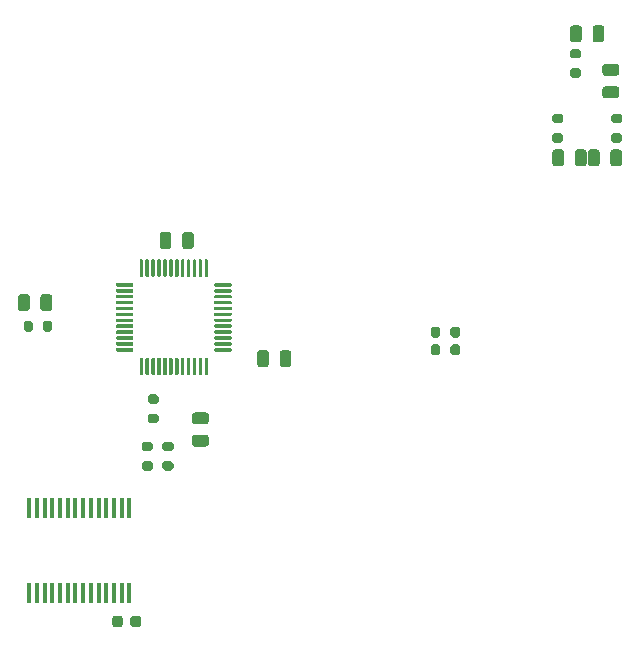
<source format=gbr>
%TF.GenerationSoftware,KiCad,Pcbnew,(5.1.10)-1*%
%TF.CreationDate,2021-06-11T23:30:18+03:00*%
%TF.ProjectId,chiller board,6368696c-6c65-4722-9062-6f6172642e6b,rev?*%
%TF.SameCoordinates,Original*%
%TF.FileFunction,Paste,Bot*%
%TF.FilePolarity,Positive*%
%FSLAX46Y46*%
G04 Gerber Fmt 4.6, Leading zero omitted, Abs format (unit mm)*
G04 Created by KiCad (PCBNEW (5.1.10)-1) date 2021-06-11 23:30:18*
%MOMM*%
%LPD*%
G01*
G04 APERTURE LIST*
%ADD10R,0.450000X1.750000*%
G04 APERTURE END LIST*
D10*
%TO.C,U5*%
X117025000Y-100600000D03*
X117675000Y-100600000D03*
X118325000Y-100600000D03*
X118975000Y-100600000D03*
X119625000Y-100600000D03*
X120275000Y-100600000D03*
X120925000Y-100600000D03*
X121575000Y-100600000D03*
X122225000Y-100600000D03*
X122875000Y-100600000D03*
X123525000Y-100600000D03*
X124175000Y-100600000D03*
X124825000Y-100600000D03*
X125475000Y-100600000D03*
X125475000Y-93400000D03*
X124825000Y-93400000D03*
X124175000Y-93400000D03*
X123525000Y-93400000D03*
X122875000Y-93400000D03*
X122225000Y-93400000D03*
X121575000Y-93400000D03*
X120925000Y-93400000D03*
X120275000Y-93400000D03*
X119625000Y-93400000D03*
X118975000Y-93400000D03*
X118325000Y-93400000D03*
X117675000Y-93400000D03*
X117025000Y-93400000D03*
%TD*%
%TO.C,R31*%
G36*
G01*
X162025000Y-60825000D02*
X161475000Y-60825000D01*
G75*
G02*
X161275000Y-60625000I0J200000D01*
G01*
X161275000Y-60225000D01*
G75*
G02*
X161475000Y-60025000I200000J0D01*
G01*
X162025000Y-60025000D01*
G75*
G02*
X162225000Y-60225000I0J-200000D01*
G01*
X162225000Y-60625000D01*
G75*
G02*
X162025000Y-60825000I-200000J0D01*
G01*
G37*
G36*
G01*
X162025000Y-62475000D02*
X161475000Y-62475000D01*
G75*
G02*
X161275000Y-62275000I0J200000D01*
G01*
X161275000Y-61875000D01*
G75*
G02*
X161475000Y-61675000I200000J0D01*
G01*
X162025000Y-61675000D01*
G75*
G02*
X162225000Y-61875000I0J-200000D01*
G01*
X162225000Y-62275000D01*
G75*
G02*
X162025000Y-62475000I-200000J0D01*
G01*
G37*
%TD*%
%TO.C,R30*%
G36*
G01*
X167025000Y-60825000D02*
X166475000Y-60825000D01*
G75*
G02*
X166275000Y-60625000I0J200000D01*
G01*
X166275000Y-60225000D01*
G75*
G02*
X166475000Y-60025000I200000J0D01*
G01*
X167025000Y-60025000D01*
G75*
G02*
X167225000Y-60225000I0J-200000D01*
G01*
X167225000Y-60625000D01*
G75*
G02*
X167025000Y-60825000I-200000J0D01*
G01*
G37*
G36*
G01*
X167025000Y-62475000D02*
X166475000Y-62475000D01*
G75*
G02*
X166275000Y-62275000I0J200000D01*
G01*
X166275000Y-61875000D01*
G75*
G02*
X166475000Y-61675000I200000J0D01*
G01*
X167025000Y-61675000D01*
G75*
G02*
X167225000Y-61875000I0J-200000D01*
G01*
X167225000Y-62275000D01*
G75*
G02*
X167025000Y-62475000I-200000J0D01*
G01*
G37*
%TD*%
%TO.C,R29*%
G36*
G01*
X162975000Y-56175000D02*
X163525000Y-56175000D01*
G75*
G02*
X163725000Y-56375000I0J-200000D01*
G01*
X163725000Y-56775000D01*
G75*
G02*
X163525000Y-56975000I-200000J0D01*
G01*
X162975000Y-56975000D01*
G75*
G02*
X162775000Y-56775000I0J200000D01*
G01*
X162775000Y-56375000D01*
G75*
G02*
X162975000Y-56175000I200000J0D01*
G01*
G37*
G36*
G01*
X162975000Y-54525000D02*
X163525000Y-54525000D01*
G75*
G02*
X163725000Y-54725000I0J-200000D01*
G01*
X163725000Y-55125000D01*
G75*
G02*
X163525000Y-55325000I-200000J0D01*
G01*
X162975000Y-55325000D01*
G75*
G02*
X162775000Y-55125000I0J200000D01*
G01*
X162775000Y-54725000D01*
G75*
G02*
X162975000Y-54525000I200000J0D01*
G01*
G37*
%TD*%
%TO.C,R28*%
G36*
G01*
X118175000Y-78275000D02*
X118175000Y-77725000D01*
G75*
G02*
X118375000Y-77525000I200000J0D01*
G01*
X118775000Y-77525000D01*
G75*
G02*
X118975000Y-77725000I0J-200000D01*
G01*
X118975000Y-78275000D01*
G75*
G02*
X118775000Y-78475000I-200000J0D01*
G01*
X118375000Y-78475000D01*
G75*
G02*
X118175000Y-78275000I0J200000D01*
G01*
G37*
G36*
G01*
X116525000Y-78275000D02*
X116525000Y-77725000D01*
G75*
G02*
X116725000Y-77525000I200000J0D01*
G01*
X117125000Y-77525000D01*
G75*
G02*
X117325000Y-77725000I0J-200000D01*
G01*
X117325000Y-78275000D01*
G75*
G02*
X117125000Y-78475000I-200000J0D01*
G01*
X116725000Y-78475000D01*
G75*
G02*
X116525000Y-78275000I0J200000D01*
G01*
G37*
%TD*%
%TO.C,R27*%
G36*
G01*
X127775000Y-84575000D02*
X127225000Y-84575000D01*
G75*
G02*
X127025000Y-84375000I0J200000D01*
G01*
X127025000Y-83975000D01*
G75*
G02*
X127225000Y-83775000I200000J0D01*
G01*
X127775000Y-83775000D01*
G75*
G02*
X127975000Y-83975000I0J-200000D01*
G01*
X127975000Y-84375000D01*
G75*
G02*
X127775000Y-84575000I-200000J0D01*
G01*
G37*
G36*
G01*
X127775000Y-86225000D02*
X127225000Y-86225000D01*
G75*
G02*
X127025000Y-86025000I0J200000D01*
G01*
X127025000Y-85625000D01*
G75*
G02*
X127225000Y-85425000I200000J0D01*
G01*
X127775000Y-85425000D01*
G75*
G02*
X127975000Y-85625000I0J-200000D01*
G01*
X127975000Y-86025000D01*
G75*
G02*
X127775000Y-86225000I-200000J0D01*
G01*
G37*
%TD*%
%TO.C,R26*%
G36*
G01*
X151825000Y-79725000D02*
X151825000Y-80275000D01*
G75*
G02*
X151625000Y-80475000I-200000J0D01*
G01*
X151225000Y-80475000D01*
G75*
G02*
X151025000Y-80275000I0J200000D01*
G01*
X151025000Y-79725000D01*
G75*
G02*
X151225000Y-79525000I200000J0D01*
G01*
X151625000Y-79525000D01*
G75*
G02*
X151825000Y-79725000I0J-200000D01*
G01*
G37*
G36*
G01*
X153475000Y-79725000D02*
X153475000Y-80275000D01*
G75*
G02*
X153275000Y-80475000I-200000J0D01*
G01*
X152875000Y-80475000D01*
G75*
G02*
X152675000Y-80275000I0J200000D01*
G01*
X152675000Y-79725000D01*
G75*
G02*
X152875000Y-79525000I200000J0D01*
G01*
X153275000Y-79525000D01*
G75*
G02*
X153475000Y-79725000I0J-200000D01*
G01*
G37*
%TD*%
%TO.C,R25*%
G36*
G01*
X151825000Y-78225000D02*
X151825000Y-78775000D01*
G75*
G02*
X151625000Y-78975000I-200000J0D01*
G01*
X151225000Y-78975000D01*
G75*
G02*
X151025000Y-78775000I0J200000D01*
G01*
X151025000Y-78225000D01*
G75*
G02*
X151225000Y-78025000I200000J0D01*
G01*
X151625000Y-78025000D01*
G75*
G02*
X151825000Y-78225000I0J-200000D01*
G01*
G37*
G36*
G01*
X153475000Y-78225000D02*
X153475000Y-78775000D01*
G75*
G02*
X153275000Y-78975000I-200000J0D01*
G01*
X152875000Y-78975000D01*
G75*
G02*
X152675000Y-78775000I0J200000D01*
G01*
X152675000Y-78225000D01*
G75*
G02*
X152875000Y-78025000I200000J0D01*
G01*
X153275000Y-78025000D01*
G75*
G02*
X153475000Y-78225000I0J-200000D01*
G01*
G37*
%TD*%
%TO.C,R24*%
G36*
G01*
X129025000Y-88575000D02*
X128475000Y-88575000D01*
G75*
G02*
X128275000Y-88375000I0J200000D01*
G01*
X128275000Y-87975000D01*
G75*
G02*
X128475000Y-87775000I200000J0D01*
G01*
X129025000Y-87775000D01*
G75*
G02*
X129225000Y-87975000I0J-200000D01*
G01*
X129225000Y-88375000D01*
G75*
G02*
X129025000Y-88575000I-200000J0D01*
G01*
G37*
G36*
G01*
X129025000Y-90225000D02*
X128475000Y-90225000D01*
G75*
G02*
X128275000Y-90025000I0J200000D01*
G01*
X128275000Y-89625000D01*
G75*
G02*
X128475000Y-89425000I200000J0D01*
G01*
X129025000Y-89425000D01*
G75*
G02*
X129225000Y-89625000I0J-200000D01*
G01*
X129225000Y-90025000D01*
G75*
G02*
X129025000Y-90225000I-200000J0D01*
G01*
G37*
%TD*%
%TO.C,R23*%
G36*
G01*
X127275000Y-88575000D02*
X126725000Y-88575000D01*
G75*
G02*
X126525000Y-88375000I0J200000D01*
G01*
X126525000Y-87975000D01*
G75*
G02*
X126725000Y-87775000I200000J0D01*
G01*
X127275000Y-87775000D01*
G75*
G02*
X127475000Y-87975000I0J-200000D01*
G01*
X127475000Y-88375000D01*
G75*
G02*
X127275000Y-88575000I-200000J0D01*
G01*
G37*
G36*
G01*
X127275000Y-90225000D02*
X126725000Y-90225000D01*
G75*
G02*
X126525000Y-90025000I0J200000D01*
G01*
X126525000Y-89625000D01*
G75*
G02*
X126725000Y-89425000I200000J0D01*
G01*
X127275000Y-89425000D01*
G75*
G02*
X127475000Y-89625000I0J-200000D01*
G01*
X127475000Y-90025000D01*
G75*
G02*
X127275000Y-90225000I-200000J0D01*
G01*
G37*
%TD*%
%TO.C,U3*%
G36*
G01*
X124350000Y-80075000D02*
X124350000Y-79925000D01*
G75*
G02*
X124425000Y-79850000I75000J0D01*
G01*
X125750000Y-79850000D01*
G75*
G02*
X125825000Y-79925000I0J-75000D01*
G01*
X125825000Y-80075000D01*
G75*
G02*
X125750000Y-80150000I-75000J0D01*
G01*
X124425000Y-80150000D01*
G75*
G02*
X124350000Y-80075000I0J75000D01*
G01*
G37*
G36*
G01*
X124350000Y-79575000D02*
X124350000Y-79425000D01*
G75*
G02*
X124425000Y-79350000I75000J0D01*
G01*
X125750000Y-79350000D01*
G75*
G02*
X125825000Y-79425000I0J-75000D01*
G01*
X125825000Y-79575000D01*
G75*
G02*
X125750000Y-79650000I-75000J0D01*
G01*
X124425000Y-79650000D01*
G75*
G02*
X124350000Y-79575000I0J75000D01*
G01*
G37*
G36*
G01*
X124350000Y-79075000D02*
X124350000Y-78925000D01*
G75*
G02*
X124425000Y-78850000I75000J0D01*
G01*
X125750000Y-78850000D01*
G75*
G02*
X125825000Y-78925000I0J-75000D01*
G01*
X125825000Y-79075000D01*
G75*
G02*
X125750000Y-79150000I-75000J0D01*
G01*
X124425000Y-79150000D01*
G75*
G02*
X124350000Y-79075000I0J75000D01*
G01*
G37*
G36*
G01*
X124350000Y-78575000D02*
X124350000Y-78425000D01*
G75*
G02*
X124425000Y-78350000I75000J0D01*
G01*
X125750000Y-78350000D01*
G75*
G02*
X125825000Y-78425000I0J-75000D01*
G01*
X125825000Y-78575000D01*
G75*
G02*
X125750000Y-78650000I-75000J0D01*
G01*
X124425000Y-78650000D01*
G75*
G02*
X124350000Y-78575000I0J75000D01*
G01*
G37*
G36*
G01*
X124350000Y-78075000D02*
X124350000Y-77925000D01*
G75*
G02*
X124425000Y-77850000I75000J0D01*
G01*
X125750000Y-77850000D01*
G75*
G02*
X125825000Y-77925000I0J-75000D01*
G01*
X125825000Y-78075000D01*
G75*
G02*
X125750000Y-78150000I-75000J0D01*
G01*
X124425000Y-78150000D01*
G75*
G02*
X124350000Y-78075000I0J75000D01*
G01*
G37*
G36*
G01*
X124350000Y-77575000D02*
X124350000Y-77425000D01*
G75*
G02*
X124425000Y-77350000I75000J0D01*
G01*
X125750000Y-77350000D01*
G75*
G02*
X125825000Y-77425000I0J-75000D01*
G01*
X125825000Y-77575000D01*
G75*
G02*
X125750000Y-77650000I-75000J0D01*
G01*
X124425000Y-77650000D01*
G75*
G02*
X124350000Y-77575000I0J75000D01*
G01*
G37*
G36*
G01*
X124350000Y-77075000D02*
X124350000Y-76925000D01*
G75*
G02*
X124425000Y-76850000I75000J0D01*
G01*
X125750000Y-76850000D01*
G75*
G02*
X125825000Y-76925000I0J-75000D01*
G01*
X125825000Y-77075000D01*
G75*
G02*
X125750000Y-77150000I-75000J0D01*
G01*
X124425000Y-77150000D01*
G75*
G02*
X124350000Y-77075000I0J75000D01*
G01*
G37*
G36*
G01*
X124350000Y-76575000D02*
X124350000Y-76425000D01*
G75*
G02*
X124425000Y-76350000I75000J0D01*
G01*
X125750000Y-76350000D01*
G75*
G02*
X125825000Y-76425000I0J-75000D01*
G01*
X125825000Y-76575000D01*
G75*
G02*
X125750000Y-76650000I-75000J0D01*
G01*
X124425000Y-76650000D01*
G75*
G02*
X124350000Y-76575000I0J75000D01*
G01*
G37*
G36*
G01*
X124350000Y-76075000D02*
X124350000Y-75925000D01*
G75*
G02*
X124425000Y-75850000I75000J0D01*
G01*
X125750000Y-75850000D01*
G75*
G02*
X125825000Y-75925000I0J-75000D01*
G01*
X125825000Y-76075000D01*
G75*
G02*
X125750000Y-76150000I-75000J0D01*
G01*
X124425000Y-76150000D01*
G75*
G02*
X124350000Y-76075000I0J75000D01*
G01*
G37*
G36*
G01*
X124350000Y-75575000D02*
X124350000Y-75425000D01*
G75*
G02*
X124425000Y-75350000I75000J0D01*
G01*
X125750000Y-75350000D01*
G75*
G02*
X125825000Y-75425000I0J-75000D01*
G01*
X125825000Y-75575000D01*
G75*
G02*
X125750000Y-75650000I-75000J0D01*
G01*
X124425000Y-75650000D01*
G75*
G02*
X124350000Y-75575000I0J75000D01*
G01*
G37*
G36*
G01*
X124350000Y-75075000D02*
X124350000Y-74925000D01*
G75*
G02*
X124425000Y-74850000I75000J0D01*
G01*
X125750000Y-74850000D01*
G75*
G02*
X125825000Y-74925000I0J-75000D01*
G01*
X125825000Y-75075000D01*
G75*
G02*
X125750000Y-75150000I-75000J0D01*
G01*
X124425000Y-75150000D01*
G75*
G02*
X124350000Y-75075000I0J75000D01*
G01*
G37*
G36*
G01*
X124350000Y-74575000D02*
X124350000Y-74425000D01*
G75*
G02*
X124425000Y-74350000I75000J0D01*
G01*
X125750000Y-74350000D01*
G75*
G02*
X125825000Y-74425000I0J-75000D01*
G01*
X125825000Y-74575000D01*
G75*
G02*
X125750000Y-74650000I-75000J0D01*
G01*
X124425000Y-74650000D01*
G75*
G02*
X124350000Y-74575000I0J75000D01*
G01*
G37*
G36*
G01*
X126350000Y-73750000D02*
X126350000Y-72425000D01*
G75*
G02*
X126425000Y-72350000I75000J0D01*
G01*
X126575000Y-72350000D01*
G75*
G02*
X126650000Y-72425000I0J-75000D01*
G01*
X126650000Y-73750000D01*
G75*
G02*
X126575000Y-73825000I-75000J0D01*
G01*
X126425000Y-73825000D01*
G75*
G02*
X126350000Y-73750000I0J75000D01*
G01*
G37*
G36*
G01*
X126850000Y-73750000D02*
X126850000Y-72425000D01*
G75*
G02*
X126925000Y-72350000I75000J0D01*
G01*
X127075000Y-72350000D01*
G75*
G02*
X127150000Y-72425000I0J-75000D01*
G01*
X127150000Y-73750000D01*
G75*
G02*
X127075000Y-73825000I-75000J0D01*
G01*
X126925000Y-73825000D01*
G75*
G02*
X126850000Y-73750000I0J75000D01*
G01*
G37*
G36*
G01*
X127350000Y-73750000D02*
X127350000Y-72425000D01*
G75*
G02*
X127425000Y-72350000I75000J0D01*
G01*
X127575000Y-72350000D01*
G75*
G02*
X127650000Y-72425000I0J-75000D01*
G01*
X127650000Y-73750000D01*
G75*
G02*
X127575000Y-73825000I-75000J0D01*
G01*
X127425000Y-73825000D01*
G75*
G02*
X127350000Y-73750000I0J75000D01*
G01*
G37*
G36*
G01*
X127850000Y-73750000D02*
X127850000Y-72425000D01*
G75*
G02*
X127925000Y-72350000I75000J0D01*
G01*
X128075000Y-72350000D01*
G75*
G02*
X128150000Y-72425000I0J-75000D01*
G01*
X128150000Y-73750000D01*
G75*
G02*
X128075000Y-73825000I-75000J0D01*
G01*
X127925000Y-73825000D01*
G75*
G02*
X127850000Y-73750000I0J75000D01*
G01*
G37*
G36*
G01*
X128350000Y-73750000D02*
X128350000Y-72425000D01*
G75*
G02*
X128425000Y-72350000I75000J0D01*
G01*
X128575000Y-72350000D01*
G75*
G02*
X128650000Y-72425000I0J-75000D01*
G01*
X128650000Y-73750000D01*
G75*
G02*
X128575000Y-73825000I-75000J0D01*
G01*
X128425000Y-73825000D01*
G75*
G02*
X128350000Y-73750000I0J75000D01*
G01*
G37*
G36*
G01*
X128850000Y-73750000D02*
X128850000Y-72425000D01*
G75*
G02*
X128925000Y-72350000I75000J0D01*
G01*
X129075000Y-72350000D01*
G75*
G02*
X129150000Y-72425000I0J-75000D01*
G01*
X129150000Y-73750000D01*
G75*
G02*
X129075000Y-73825000I-75000J0D01*
G01*
X128925000Y-73825000D01*
G75*
G02*
X128850000Y-73750000I0J75000D01*
G01*
G37*
G36*
G01*
X129350000Y-73750000D02*
X129350000Y-72425000D01*
G75*
G02*
X129425000Y-72350000I75000J0D01*
G01*
X129575000Y-72350000D01*
G75*
G02*
X129650000Y-72425000I0J-75000D01*
G01*
X129650000Y-73750000D01*
G75*
G02*
X129575000Y-73825000I-75000J0D01*
G01*
X129425000Y-73825000D01*
G75*
G02*
X129350000Y-73750000I0J75000D01*
G01*
G37*
G36*
G01*
X129850000Y-73750000D02*
X129850000Y-72425000D01*
G75*
G02*
X129925000Y-72350000I75000J0D01*
G01*
X130075000Y-72350000D01*
G75*
G02*
X130150000Y-72425000I0J-75000D01*
G01*
X130150000Y-73750000D01*
G75*
G02*
X130075000Y-73825000I-75000J0D01*
G01*
X129925000Y-73825000D01*
G75*
G02*
X129850000Y-73750000I0J75000D01*
G01*
G37*
G36*
G01*
X130350000Y-73750000D02*
X130350000Y-72425000D01*
G75*
G02*
X130425000Y-72350000I75000J0D01*
G01*
X130575000Y-72350000D01*
G75*
G02*
X130650000Y-72425000I0J-75000D01*
G01*
X130650000Y-73750000D01*
G75*
G02*
X130575000Y-73825000I-75000J0D01*
G01*
X130425000Y-73825000D01*
G75*
G02*
X130350000Y-73750000I0J75000D01*
G01*
G37*
G36*
G01*
X130850000Y-73750000D02*
X130850000Y-72425000D01*
G75*
G02*
X130925000Y-72350000I75000J0D01*
G01*
X131075000Y-72350000D01*
G75*
G02*
X131150000Y-72425000I0J-75000D01*
G01*
X131150000Y-73750000D01*
G75*
G02*
X131075000Y-73825000I-75000J0D01*
G01*
X130925000Y-73825000D01*
G75*
G02*
X130850000Y-73750000I0J75000D01*
G01*
G37*
G36*
G01*
X131350000Y-73750000D02*
X131350000Y-72425000D01*
G75*
G02*
X131425000Y-72350000I75000J0D01*
G01*
X131575000Y-72350000D01*
G75*
G02*
X131650000Y-72425000I0J-75000D01*
G01*
X131650000Y-73750000D01*
G75*
G02*
X131575000Y-73825000I-75000J0D01*
G01*
X131425000Y-73825000D01*
G75*
G02*
X131350000Y-73750000I0J75000D01*
G01*
G37*
G36*
G01*
X131850000Y-73750000D02*
X131850000Y-72425000D01*
G75*
G02*
X131925000Y-72350000I75000J0D01*
G01*
X132075000Y-72350000D01*
G75*
G02*
X132150000Y-72425000I0J-75000D01*
G01*
X132150000Y-73750000D01*
G75*
G02*
X132075000Y-73825000I-75000J0D01*
G01*
X131925000Y-73825000D01*
G75*
G02*
X131850000Y-73750000I0J75000D01*
G01*
G37*
G36*
G01*
X132675000Y-74575000D02*
X132675000Y-74425000D01*
G75*
G02*
X132750000Y-74350000I75000J0D01*
G01*
X134075000Y-74350000D01*
G75*
G02*
X134150000Y-74425000I0J-75000D01*
G01*
X134150000Y-74575000D01*
G75*
G02*
X134075000Y-74650000I-75000J0D01*
G01*
X132750000Y-74650000D01*
G75*
G02*
X132675000Y-74575000I0J75000D01*
G01*
G37*
G36*
G01*
X132675000Y-75075000D02*
X132675000Y-74925000D01*
G75*
G02*
X132750000Y-74850000I75000J0D01*
G01*
X134075000Y-74850000D01*
G75*
G02*
X134150000Y-74925000I0J-75000D01*
G01*
X134150000Y-75075000D01*
G75*
G02*
X134075000Y-75150000I-75000J0D01*
G01*
X132750000Y-75150000D01*
G75*
G02*
X132675000Y-75075000I0J75000D01*
G01*
G37*
G36*
G01*
X132675000Y-75575000D02*
X132675000Y-75425000D01*
G75*
G02*
X132750000Y-75350000I75000J0D01*
G01*
X134075000Y-75350000D01*
G75*
G02*
X134150000Y-75425000I0J-75000D01*
G01*
X134150000Y-75575000D01*
G75*
G02*
X134075000Y-75650000I-75000J0D01*
G01*
X132750000Y-75650000D01*
G75*
G02*
X132675000Y-75575000I0J75000D01*
G01*
G37*
G36*
G01*
X132675000Y-76075000D02*
X132675000Y-75925000D01*
G75*
G02*
X132750000Y-75850000I75000J0D01*
G01*
X134075000Y-75850000D01*
G75*
G02*
X134150000Y-75925000I0J-75000D01*
G01*
X134150000Y-76075000D01*
G75*
G02*
X134075000Y-76150000I-75000J0D01*
G01*
X132750000Y-76150000D01*
G75*
G02*
X132675000Y-76075000I0J75000D01*
G01*
G37*
G36*
G01*
X132675000Y-76575000D02*
X132675000Y-76425000D01*
G75*
G02*
X132750000Y-76350000I75000J0D01*
G01*
X134075000Y-76350000D01*
G75*
G02*
X134150000Y-76425000I0J-75000D01*
G01*
X134150000Y-76575000D01*
G75*
G02*
X134075000Y-76650000I-75000J0D01*
G01*
X132750000Y-76650000D01*
G75*
G02*
X132675000Y-76575000I0J75000D01*
G01*
G37*
G36*
G01*
X132675000Y-77075000D02*
X132675000Y-76925000D01*
G75*
G02*
X132750000Y-76850000I75000J0D01*
G01*
X134075000Y-76850000D01*
G75*
G02*
X134150000Y-76925000I0J-75000D01*
G01*
X134150000Y-77075000D01*
G75*
G02*
X134075000Y-77150000I-75000J0D01*
G01*
X132750000Y-77150000D01*
G75*
G02*
X132675000Y-77075000I0J75000D01*
G01*
G37*
G36*
G01*
X132675000Y-77575000D02*
X132675000Y-77425000D01*
G75*
G02*
X132750000Y-77350000I75000J0D01*
G01*
X134075000Y-77350000D01*
G75*
G02*
X134150000Y-77425000I0J-75000D01*
G01*
X134150000Y-77575000D01*
G75*
G02*
X134075000Y-77650000I-75000J0D01*
G01*
X132750000Y-77650000D01*
G75*
G02*
X132675000Y-77575000I0J75000D01*
G01*
G37*
G36*
G01*
X132675000Y-78075000D02*
X132675000Y-77925000D01*
G75*
G02*
X132750000Y-77850000I75000J0D01*
G01*
X134075000Y-77850000D01*
G75*
G02*
X134150000Y-77925000I0J-75000D01*
G01*
X134150000Y-78075000D01*
G75*
G02*
X134075000Y-78150000I-75000J0D01*
G01*
X132750000Y-78150000D01*
G75*
G02*
X132675000Y-78075000I0J75000D01*
G01*
G37*
G36*
G01*
X132675000Y-78575000D02*
X132675000Y-78425000D01*
G75*
G02*
X132750000Y-78350000I75000J0D01*
G01*
X134075000Y-78350000D01*
G75*
G02*
X134150000Y-78425000I0J-75000D01*
G01*
X134150000Y-78575000D01*
G75*
G02*
X134075000Y-78650000I-75000J0D01*
G01*
X132750000Y-78650000D01*
G75*
G02*
X132675000Y-78575000I0J75000D01*
G01*
G37*
G36*
G01*
X132675000Y-79075000D02*
X132675000Y-78925000D01*
G75*
G02*
X132750000Y-78850000I75000J0D01*
G01*
X134075000Y-78850000D01*
G75*
G02*
X134150000Y-78925000I0J-75000D01*
G01*
X134150000Y-79075000D01*
G75*
G02*
X134075000Y-79150000I-75000J0D01*
G01*
X132750000Y-79150000D01*
G75*
G02*
X132675000Y-79075000I0J75000D01*
G01*
G37*
G36*
G01*
X132675000Y-79575000D02*
X132675000Y-79425000D01*
G75*
G02*
X132750000Y-79350000I75000J0D01*
G01*
X134075000Y-79350000D01*
G75*
G02*
X134150000Y-79425000I0J-75000D01*
G01*
X134150000Y-79575000D01*
G75*
G02*
X134075000Y-79650000I-75000J0D01*
G01*
X132750000Y-79650000D01*
G75*
G02*
X132675000Y-79575000I0J75000D01*
G01*
G37*
G36*
G01*
X132675000Y-80075000D02*
X132675000Y-79925000D01*
G75*
G02*
X132750000Y-79850000I75000J0D01*
G01*
X134075000Y-79850000D01*
G75*
G02*
X134150000Y-79925000I0J-75000D01*
G01*
X134150000Y-80075000D01*
G75*
G02*
X134075000Y-80150000I-75000J0D01*
G01*
X132750000Y-80150000D01*
G75*
G02*
X132675000Y-80075000I0J75000D01*
G01*
G37*
G36*
G01*
X131850000Y-82075000D02*
X131850000Y-80750000D01*
G75*
G02*
X131925000Y-80675000I75000J0D01*
G01*
X132075000Y-80675000D01*
G75*
G02*
X132150000Y-80750000I0J-75000D01*
G01*
X132150000Y-82075000D01*
G75*
G02*
X132075000Y-82150000I-75000J0D01*
G01*
X131925000Y-82150000D01*
G75*
G02*
X131850000Y-82075000I0J75000D01*
G01*
G37*
G36*
G01*
X131350000Y-82075000D02*
X131350000Y-80750000D01*
G75*
G02*
X131425000Y-80675000I75000J0D01*
G01*
X131575000Y-80675000D01*
G75*
G02*
X131650000Y-80750000I0J-75000D01*
G01*
X131650000Y-82075000D01*
G75*
G02*
X131575000Y-82150000I-75000J0D01*
G01*
X131425000Y-82150000D01*
G75*
G02*
X131350000Y-82075000I0J75000D01*
G01*
G37*
G36*
G01*
X130850000Y-82075000D02*
X130850000Y-80750000D01*
G75*
G02*
X130925000Y-80675000I75000J0D01*
G01*
X131075000Y-80675000D01*
G75*
G02*
X131150000Y-80750000I0J-75000D01*
G01*
X131150000Y-82075000D01*
G75*
G02*
X131075000Y-82150000I-75000J0D01*
G01*
X130925000Y-82150000D01*
G75*
G02*
X130850000Y-82075000I0J75000D01*
G01*
G37*
G36*
G01*
X130350000Y-82075000D02*
X130350000Y-80750000D01*
G75*
G02*
X130425000Y-80675000I75000J0D01*
G01*
X130575000Y-80675000D01*
G75*
G02*
X130650000Y-80750000I0J-75000D01*
G01*
X130650000Y-82075000D01*
G75*
G02*
X130575000Y-82150000I-75000J0D01*
G01*
X130425000Y-82150000D01*
G75*
G02*
X130350000Y-82075000I0J75000D01*
G01*
G37*
G36*
G01*
X129850000Y-82075000D02*
X129850000Y-80750000D01*
G75*
G02*
X129925000Y-80675000I75000J0D01*
G01*
X130075000Y-80675000D01*
G75*
G02*
X130150000Y-80750000I0J-75000D01*
G01*
X130150000Y-82075000D01*
G75*
G02*
X130075000Y-82150000I-75000J0D01*
G01*
X129925000Y-82150000D01*
G75*
G02*
X129850000Y-82075000I0J75000D01*
G01*
G37*
G36*
G01*
X129350000Y-82075000D02*
X129350000Y-80750000D01*
G75*
G02*
X129425000Y-80675000I75000J0D01*
G01*
X129575000Y-80675000D01*
G75*
G02*
X129650000Y-80750000I0J-75000D01*
G01*
X129650000Y-82075000D01*
G75*
G02*
X129575000Y-82150000I-75000J0D01*
G01*
X129425000Y-82150000D01*
G75*
G02*
X129350000Y-82075000I0J75000D01*
G01*
G37*
G36*
G01*
X128850000Y-82075000D02*
X128850000Y-80750000D01*
G75*
G02*
X128925000Y-80675000I75000J0D01*
G01*
X129075000Y-80675000D01*
G75*
G02*
X129150000Y-80750000I0J-75000D01*
G01*
X129150000Y-82075000D01*
G75*
G02*
X129075000Y-82150000I-75000J0D01*
G01*
X128925000Y-82150000D01*
G75*
G02*
X128850000Y-82075000I0J75000D01*
G01*
G37*
G36*
G01*
X128350000Y-82075000D02*
X128350000Y-80750000D01*
G75*
G02*
X128425000Y-80675000I75000J0D01*
G01*
X128575000Y-80675000D01*
G75*
G02*
X128650000Y-80750000I0J-75000D01*
G01*
X128650000Y-82075000D01*
G75*
G02*
X128575000Y-82150000I-75000J0D01*
G01*
X128425000Y-82150000D01*
G75*
G02*
X128350000Y-82075000I0J75000D01*
G01*
G37*
G36*
G01*
X127850000Y-82075000D02*
X127850000Y-80750000D01*
G75*
G02*
X127925000Y-80675000I75000J0D01*
G01*
X128075000Y-80675000D01*
G75*
G02*
X128150000Y-80750000I0J-75000D01*
G01*
X128150000Y-82075000D01*
G75*
G02*
X128075000Y-82150000I-75000J0D01*
G01*
X127925000Y-82150000D01*
G75*
G02*
X127850000Y-82075000I0J75000D01*
G01*
G37*
G36*
G01*
X127350000Y-82075000D02*
X127350000Y-80750000D01*
G75*
G02*
X127425000Y-80675000I75000J0D01*
G01*
X127575000Y-80675000D01*
G75*
G02*
X127650000Y-80750000I0J-75000D01*
G01*
X127650000Y-82075000D01*
G75*
G02*
X127575000Y-82150000I-75000J0D01*
G01*
X127425000Y-82150000D01*
G75*
G02*
X127350000Y-82075000I0J75000D01*
G01*
G37*
G36*
G01*
X126850000Y-82075000D02*
X126850000Y-80750000D01*
G75*
G02*
X126925000Y-80675000I75000J0D01*
G01*
X127075000Y-80675000D01*
G75*
G02*
X127150000Y-80750000I0J-75000D01*
G01*
X127150000Y-82075000D01*
G75*
G02*
X127075000Y-82150000I-75000J0D01*
G01*
X126925000Y-82150000D01*
G75*
G02*
X126850000Y-82075000I0J75000D01*
G01*
G37*
G36*
G01*
X126350000Y-82075000D02*
X126350000Y-80750000D01*
G75*
G02*
X126425000Y-80675000I75000J0D01*
G01*
X126575000Y-80675000D01*
G75*
G02*
X126650000Y-80750000I0J-75000D01*
G01*
X126650000Y-82075000D01*
G75*
G02*
X126575000Y-82150000I-75000J0D01*
G01*
X126425000Y-82150000D01*
G75*
G02*
X126350000Y-82075000I0J75000D01*
G01*
G37*
%TD*%
%TO.C,C31*%
G36*
G01*
X124025000Y-103250000D02*
X124025000Y-102750000D01*
G75*
G02*
X124250000Y-102525000I225000J0D01*
G01*
X124700000Y-102525000D01*
G75*
G02*
X124925000Y-102750000I0J-225000D01*
G01*
X124925000Y-103250000D01*
G75*
G02*
X124700000Y-103475000I-225000J0D01*
G01*
X124250000Y-103475000D01*
G75*
G02*
X124025000Y-103250000I0J225000D01*
G01*
G37*
G36*
G01*
X125575000Y-103250000D02*
X125575000Y-102750000D01*
G75*
G02*
X125800000Y-102525000I225000J0D01*
G01*
X126250000Y-102525000D01*
G75*
G02*
X126475000Y-102750000I0J-225000D01*
G01*
X126475000Y-103250000D01*
G75*
G02*
X126250000Y-103475000I-225000J0D01*
G01*
X125800000Y-103475000D01*
G75*
G02*
X125575000Y-103250000I0J225000D01*
G01*
G37*
%TD*%
%TO.C,C26*%
G36*
G01*
X131975000Y-88200000D02*
X131025000Y-88200000D01*
G75*
G02*
X130775000Y-87950000I0J250000D01*
G01*
X130775000Y-87450000D01*
G75*
G02*
X131025000Y-87200000I250000J0D01*
G01*
X131975000Y-87200000D01*
G75*
G02*
X132225000Y-87450000I0J-250000D01*
G01*
X132225000Y-87950000D01*
G75*
G02*
X131975000Y-88200000I-250000J0D01*
G01*
G37*
G36*
G01*
X131975000Y-86300000D02*
X131025000Y-86300000D01*
G75*
G02*
X130775000Y-86050000I0J250000D01*
G01*
X130775000Y-85550000D01*
G75*
G02*
X131025000Y-85300000I250000J0D01*
G01*
X131975000Y-85300000D01*
G75*
G02*
X132225000Y-85550000I0J-250000D01*
G01*
X132225000Y-86050000D01*
G75*
G02*
X131975000Y-86300000I-250000J0D01*
G01*
G37*
%TD*%
%TO.C,C25*%
G36*
G01*
X130950000Y-70275000D02*
X130950000Y-71225000D01*
G75*
G02*
X130700000Y-71475000I-250000J0D01*
G01*
X130200000Y-71475000D01*
G75*
G02*
X129950000Y-71225000I0J250000D01*
G01*
X129950000Y-70275000D01*
G75*
G02*
X130200000Y-70025000I250000J0D01*
G01*
X130700000Y-70025000D01*
G75*
G02*
X130950000Y-70275000I0J-250000D01*
G01*
G37*
G36*
G01*
X129050000Y-70275000D02*
X129050000Y-71225000D01*
G75*
G02*
X128800000Y-71475000I-250000J0D01*
G01*
X128300000Y-71475000D01*
G75*
G02*
X128050000Y-71225000I0J250000D01*
G01*
X128050000Y-70275000D01*
G75*
G02*
X128300000Y-70025000I250000J0D01*
G01*
X128800000Y-70025000D01*
G75*
G02*
X129050000Y-70275000I0J-250000D01*
G01*
G37*
%TD*%
%TO.C,C23*%
G36*
G01*
X118950000Y-75525000D02*
X118950000Y-76475000D01*
G75*
G02*
X118700000Y-76725000I-250000J0D01*
G01*
X118200000Y-76725000D01*
G75*
G02*
X117950000Y-76475000I0J250000D01*
G01*
X117950000Y-75525000D01*
G75*
G02*
X118200000Y-75275000I250000J0D01*
G01*
X118700000Y-75275000D01*
G75*
G02*
X118950000Y-75525000I0J-250000D01*
G01*
G37*
G36*
G01*
X117050000Y-75525000D02*
X117050000Y-76475000D01*
G75*
G02*
X116800000Y-76725000I-250000J0D01*
G01*
X116300000Y-76725000D01*
G75*
G02*
X116050000Y-76475000I0J250000D01*
G01*
X116050000Y-75525000D01*
G75*
G02*
X116300000Y-75275000I250000J0D01*
G01*
X116800000Y-75275000D01*
G75*
G02*
X117050000Y-75525000I0J-250000D01*
G01*
G37*
%TD*%
%TO.C,C22*%
G36*
G01*
X136300000Y-81225000D02*
X136300000Y-80275000D01*
G75*
G02*
X136550000Y-80025000I250000J0D01*
G01*
X137050000Y-80025000D01*
G75*
G02*
X137300000Y-80275000I0J-250000D01*
G01*
X137300000Y-81225000D01*
G75*
G02*
X137050000Y-81475000I-250000J0D01*
G01*
X136550000Y-81475000D01*
G75*
G02*
X136300000Y-81225000I0J250000D01*
G01*
G37*
G36*
G01*
X138200000Y-81225000D02*
X138200000Y-80275000D01*
G75*
G02*
X138450000Y-80025000I250000J0D01*
G01*
X138950000Y-80025000D01*
G75*
G02*
X139200000Y-80275000I0J-250000D01*
G01*
X139200000Y-81225000D01*
G75*
G02*
X138950000Y-81475000I-250000J0D01*
G01*
X138450000Y-81475000D01*
G75*
G02*
X138200000Y-81225000I0J250000D01*
G01*
G37*
%TD*%
%TO.C,C15*%
G36*
G01*
X161300000Y-64225000D02*
X161300000Y-63275000D01*
G75*
G02*
X161550000Y-63025000I250000J0D01*
G01*
X162050000Y-63025000D01*
G75*
G02*
X162300000Y-63275000I0J-250000D01*
G01*
X162300000Y-64225000D01*
G75*
G02*
X162050000Y-64475000I-250000J0D01*
G01*
X161550000Y-64475000D01*
G75*
G02*
X161300000Y-64225000I0J250000D01*
G01*
G37*
G36*
G01*
X163200000Y-64225000D02*
X163200000Y-63275000D01*
G75*
G02*
X163450000Y-63025000I250000J0D01*
G01*
X163950000Y-63025000D01*
G75*
G02*
X164200000Y-63275000I0J-250000D01*
G01*
X164200000Y-64225000D01*
G75*
G02*
X163950000Y-64475000I-250000J0D01*
G01*
X163450000Y-64475000D01*
G75*
G02*
X163200000Y-64225000I0J250000D01*
G01*
G37*
%TD*%
%TO.C,C14*%
G36*
G01*
X167200000Y-63275000D02*
X167200000Y-64225000D01*
G75*
G02*
X166950000Y-64475000I-250000J0D01*
G01*
X166450000Y-64475000D01*
G75*
G02*
X166200000Y-64225000I0J250000D01*
G01*
X166200000Y-63275000D01*
G75*
G02*
X166450000Y-63025000I250000J0D01*
G01*
X166950000Y-63025000D01*
G75*
G02*
X167200000Y-63275000I0J-250000D01*
G01*
G37*
G36*
G01*
X165300000Y-63275000D02*
X165300000Y-64225000D01*
G75*
G02*
X165050000Y-64475000I-250000J0D01*
G01*
X164550000Y-64475000D01*
G75*
G02*
X164300000Y-64225000I0J250000D01*
G01*
X164300000Y-63275000D01*
G75*
G02*
X164550000Y-63025000I250000J0D01*
G01*
X165050000Y-63025000D01*
G75*
G02*
X165300000Y-63275000I0J-250000D01*
G01*
G37*
%TD*%
%TO.C,C12*%
G36*
G01*
X162800000Y-53725000D02*
X162800000Y-52775000D01*
G75*
G02*
X163050000Y-52525000I250000J0D01*
G01*
X163550000Y-52525000D01*
G75*
G02*
X163800000Y-52775000I0J-250000D01*
G01*
X163800000Y-53725000D01*
G75*
G02*
X163550000Y-53975000I-250000J0D01*
G01*
X163050000Y-53975000D01*
G75*
G02*
X162800000Y-53725000I0J250000D01*
G01*
G37*
G36*
G01*
X164700000Y-53725000D02*
X164700000Y-52775000D01*
G75*
G02*
X164950000Y-52525000I250000J0D01*
G01*
X165450000Y-52525000D01*
G75*
G02*
X165700000Y-52775000I0J-250000D01*
G01*
X165700000Y-53725000D01*
G75*
G02*
X165450000Y-53975000I-250000J0D01*
G01*
X164950000Y-53975000D01*
G75*
G02*
X164700000Y-53725000I0J250000D01*
G01*
G37*
%TD*%
%TO.C,C11*%
G36*
G01*
X166725000Y-58700000D02*
X165775000Y-58700000D01*
G75*
G02*
X165525000Y-58450000I0J250000D01*
G01*
X165525000Y-57950000D01*
G75*
G02*
X165775000Y-57700000I250000J0D01*
G01*
X166725000Y-57700000D01*
G75*
G02*
X166975000Y-57950000I0J-250000D01*
G01*
X166975000Y-58450000D01*
G75*
G02*
X166725000Y-58700000I-250000J0D01*
G01*
G37*
G36*
G01*
X166725000Y-56800000D02*
X165775000Y-56800000D01*
G75*
G02*
X165525000Y-56550000I0J250000D01*
G01*
X165525000Y-56050000D01*
G75*
G02*
X165775000Y-55800000I250000J0D01*
G01*
X166725000Y-55800000D01*
G75*
G02*
X166975000Y-56050000I0J-250000D01*
G01*
X166975000Y-56550000D01*
G75*
G02*
X166725000Y-56800000I-250000J0D01*
G01*
G37*
%TD*%
M02*

</source>
